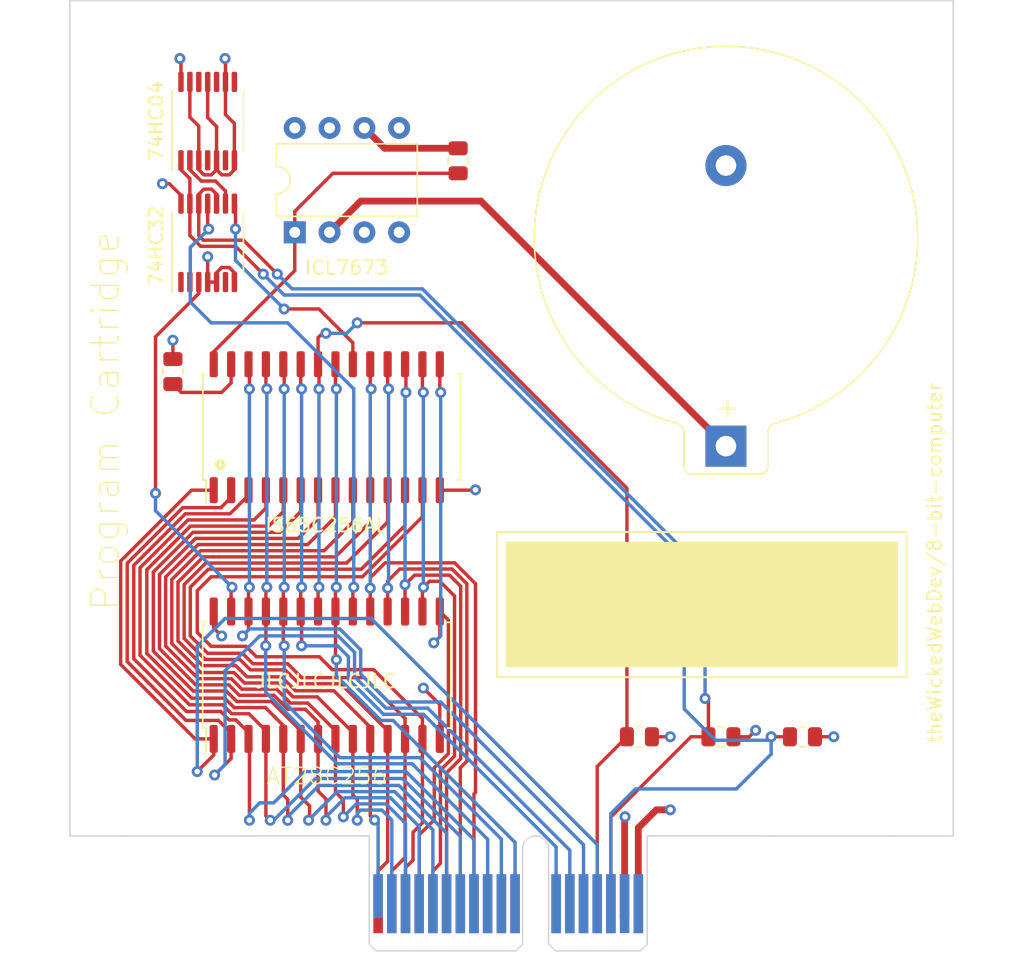
<source format=kicad_pcb>
(kicad_pcb (version 20211014) (generator pcbnew)
  (layers (0 "F.Cu" signal) (1 "In1.Cu" signal) (2 "In2.Cu" signal) (31 "B.Cu" signal) (34 "B.Paste" user) (35 "F.Paste" user) (36 "B.SilkS" user "B.Silkscreen") (37 "F.SilkS" user "F.Silkscreen") (38 "B.Mask" user) (39 "F.Mask" user) (44 "Edge.Cuts" user))
  (net 0 "")
  (net 1 "/D0")
  (net 2 "/D1")
  (net 3 "/D2")
  (net 4 "/D3")
  (net 5 "/D4")
  (net 6 "/D5")
  (net 7 "/D6")
  (net 8 "/D7")
  (net 9 "VCC")
  (net 10 "GND")
  (net 11 "/~{EN}")
  (net 12 "/~{READ}")
  (net 13 "/A14")
  (net 14 "/A12")
  (net 15 "/A7")
  (net 16 "/A6")
  (net 17 "/A5")
  (net 18 "/A4")
  (net 19 "/A3")
  (net 20 "/A2")
  (net 21 "/A1")
  (net 22 "/A0")
  (net 23 "/A10")
  (net 24 "/A11")
  (net 25 "/A9")
  (net 26 "/A8")
  (net 27 "/A13")
  (net 28 "/~{WE}")
  (net 33 "/A15")
  (net 34 "Net-(BT1-Pad1)")
  (net 35 "/~{WRITE}")
  (net 36 "RAM_POWER")
  (net 37 "Net-(R5-Pad2)")
  (net 38 "/~{ROM_WE}")
  (net 42 "Net-(U4-Pad2)")
  (net 48 "ROM_SELECT")
  (net 49 "RAM_SELECT")
  (net 51 "/~{ROM_WRITE}")
  (net 53 "Net-(U6-Pad1)")
  (footprint "Package_SO:TSSOP-14_4.4x5mm_P0.65mm" (layer "F.Cu") (at 99.06 75.184 90)
    (fp_text reference "U6" hide)
    (fp_text value "74LS32")
  )
  (footprint "Resistor_SMD:R_0805_2012Metric" (layer "F.Cu") (at 130.588666 111.252)
    (fp_text reference "R2" hide)
    (fp_text value "R_Small_US")
  )
  (footprint "Package_DIP:DIP-8_W7.62mm" (layer "F.Cu") (at 105.42 74.412 90)
    (fp_text reference "U3" hide)
    (fp_text value "ICL7673")
  )
  (footprint "Package_SO:TSSOP-14_4.4x5mm_P0.65mm" (layer "F.Cu") (at 99.06 66.294 90)
    (fp_text reference "U4" hide)
    (fp_text value "74LS04")
  )
  (footprint "Resistor_SMD:R_0805_2012Metric" (layer "F.Cu") (at 96.52 84.582 90)
    (fp_text reference "R3" hide)
    (fp_text value "R_Small_US")
  )
  (footprint "Connector_PCBEdge:BUS_PCIexpress_x1" (layer "F.Cu") (at 111.506 123.444)
    (fp_text reference "U2" hide)
    (fp_text value "PCI")
    (fp_line (start 10.55 2.95) (end 10.05 3.45) (layer "Edge.Cuts") (width 0.1))
    (fp_line (start 19.65 -4.95) (end 19.65 2.95) (layer "Edge.Cuts") (width 0.1))
    (fp_line (start 12.45 -4) (end 12.45 2.95) (layer "Edge.Cuts") (width 0.1))
    (fp_line (start 10.55 -4) (end 10.55 2.95) (layer "Edge.Cuts") (width 0.1))
    (fp_line (start 19.65 2.95) (end 19.15 3.45) (layer "Edge.Cuts") (width 0.1))
    (fp_line (start 12.95 3.45) (end 19.15 3.45) (layer "Edge.Cuts") (width 0.1))
    (fp_line (start -0.15 3.45) (end 10.05 3.45) (layer "Edge.Cuts") (width 0.1))
    (fp_line (start -0.65 -4.95) (end -0.65 2.95) (layer "Edge.Cuts") (width 0.1))
    (fp_line (start -0.65 2.95) (end -0.15 3.45) (layer "Edge.Cuts") (width 0.1))
    (fp_line (start 12.45 2.95) (end 12.95 3.45) (layer "Edge.Cuts") (width 0.1))
    (fp_arc (start 10.55 -4) (mid 11.5 -4.95) (end 12.45 -4) (layer "Edge.Cuts") (width 0.1))
  )
  (footprint "MountingHole:MountingHole_2.5mm" (layer "F.Cu") (at 150.622 60.452)
    (fp_text reference "REF**" hide)
    (fp_text value "MountingHole_2.5mm")
  )
  (footprint "MountingHole:MountingHole_2.5mm" (layer "F.Cu") (at 150.622 115.57)
    (fp_text reference "REF**" hide)
    (fp_text value "MountingHole_2.5mm")
  )
  (footprint "Resistor_SMD:R_0805_2012Metric" (layer "F.Cu") (at 142.494 111.252)
    (fp_text reference "R4" hide)
    (fp_text value "R_Small_US")
  )
  (footprint "MountingHole:MountingHole_2.5mm" (layer "F.Cu") (at 91.948 115.57)
    (fp_text reference "REF**" hide)
    (fp_text value "MountingHole_2.5mm")
  )
  (footprint "Battery:BatteryHolder_Keystone_105_1x2430" (layer "F.Cu") (at 136.906 90.030081 90)
    (fp_text reference "BT1" hide)
    (fp_text value "Battery_Cell")
  )
  (footprint "Resistor_SMD:R_0805_2012Metric" (layer "F.Cu") (at 136.541332 111.252)
    (fp_text reference "R1" hide)
    (fp_text value "R_Small_US")
  )
  (footprint "MountingHole:MountingHole_2.5mm" (layer "F.Cu") (at 91.948 60.452)
    (fp_text reference "REF**" hide)
    (fp_text value "MountingHole_2.5mm")
  )
  (footprint "Resistor_SMD:R_0805_2012Metric" (layer "F.Cu") (at 117.348 69.1915 90)
    (fp_text reference "R5" hide)
    (fp_text value "R_Small_US")
  )
  (footprint "Stephenv6:SOP-28-RAM-ic" (layer "F.Cu") (at 94.3985 88.35 90)
    (fp_text reference "U5" hide)
    (fp_text value "IS65C256AL")
  )
  (footprint "Package_SO:SOIC-28W_7.5x17.9mm_P1.27mm" (layer "F.Cu") (at 107.7565 106.758 90)
    (fp_text reference "U1" hide)
    (fp_text value "28C256")
  )
  (gr_rect (start 120.2 96.3) (end 150.1 106.9) (layer "F.SilkS") (width 0.15) (fill none))
  (gr_rect (start 120.9 97.1) (end 149.4 106.1) (layer "F.SilkS") (width 0.15) (fill solid))
  (gr_line (start 89 118.5) (end 89 57.5) (layer "Edge.Cuts") (width 0.1))
  (gr_line (start 153.5 118.5) (end 153.5 57.5) (layer "Edge.Cuts") (width 0.1))
  (gr_line (start 153.5 57.5) (end 89 57.5) (layer "Edge.Cuts") (width 0.1))
  (gr_line (start 131.156 118.494) (end 153.5 118.5) (layer "Edge.Cuts") (width 0.1))
  (gr_line (start 110.856 118.494) (end 89 118.5) (layer "Edge.Cuts") (width 0.1))
  (gr_text "Program Cartridge" (at 91.6 88.2 90) (layer "F.SilkS") (effects (font (size 2 2) (thickness 0.1))))
  (gr_text "JLCJLCJLCJLC" (at 107.7 107.2) (layer "F.SilkS") (effects (font (size 1 1))))
  (gr_text "theWickedWebDev/8-bit-computer" (at 152.146 98.552 90) (layer "F.SilkS") (effects (font (size 1 1))))
  (segment (start 98.873806 105.60551) (end 97.340489 104.072193) (width 0.25) (layer "F.Cu") (net 1))
  (segment (start 108.779807 107.383511) (end 105.731806 107.38351) (width 0.25) (layer "F.Cu") (net 1))
  (segment (start 105.731806 107.38351) (end 104.715807 106.367511) (width 0.25) (layer "F.Cu") (net 1))
  (segment (start 112.2015 110.805204) (end 108.779807 107.383511) (width 0.25) (layer "F.Cu") (net 1))
  (segment (start 98.91818 98.566116) (end 109.205884 98.566116) (width 0.25) (layer "F.Cu") (net 1))
  (segment (start 102.175806 106.36751) (end 101.413807 105.605511) (width 0.25) (layer "F.Cu") (net 1))
  (segment (start 112.2015 95.5705) (end 112.2015 93.246) (width 0.25) (layer "F.Cu") (net 1))
  (segment (start 97.340489 104.072193) (end 97.34049 100.143806) (width 0.25) (layer "F.Cu") (net 1))
  (segment (start 111.506 123.444) (end 111.506 121.044) (width 0.25) (layer "F.Cu") (net 1))
  (segment (start 109.205884 98.566116) (end 112.2015 95.5705) (width 0.25) (layer "F.Cu") (net 1))
  (segment (start 101.413807 105.605511) (end 98.873806 105.60551) (width 0.25) (layer "F.Cu") (net 1))
  (segment (start 104.715807 106.367511) (end 102.175806 106.36751) (width 0.25) (layer "F.Cu") (net 1))
  (segment (start 112.2015 111.408) (end 112.2015 110.805204) (width 0.25) (layer "F.Cu") (net 1))
  (segment (start 112.2015 120.3485) (end 112.2015 111.408) (width 0.25) (layer "F.Cu") (net 1))
  (segment (start 111.506 121.044) (end 112.2015 120.3485) (width 0.25) (layer "F.Cu") (net 1))
  (segment (start 97.34049 100.143806) (end 98.91818 98.566116) (width 0.25) (layer "F.Cu") (net 1))
  (segment (start 105.918 106.934) (end 104.902 105.918) (width 0.25) (layer "F.Cu") (net 2))
  (segment (start 110.278965 99.015627) (end 113.4715 95.823092) (width 0.25) (layer "F.Cu") (net 2))
  (segment (start 101.6 105.156) (end 99.06 105.156) (width 0.25) (layer "F.Cu") (net 2))
  (segment (start 112.506 121.044) (end 113.4715 120.0785) (width 0.25) (layer "F.Cu") (net 2))
  (segment (start 99.104373 99.015627) (end 110.278965 99.015627) (width 0.25) (layer "F.Cu") (net 2))
  (segment (start 110.49 106.934) (end 105.918 106.934) (width 0.25) (layer "F.Cu") (net 2))
  (segment (start 112.506 123.444) (end 112.506 121.044) (width 0.25) (layer "F.Cu") (net 2))
  (segment (start 97.79 100.33) (end 99.104373 99.015627) (width 0.25) (layer "F.Cu") (net 2))
  (segment (start 104.902 105.918) (end 102.362 105.918) (width 0.25) (layer "F.Cu") (net 2))
  (segment (start 113.4715 95.823092) (end 113.4715 93.246) (width 0.25) (layer "F.Cu") (net 2))
  (segment (start 99.06 105.156) (end 97.79 103.886) (width 0.25) (layer "F.Cu") (net 2))
  (segment (start 97.79 103.886) (end 97.79 100.33) (width 0.25) (layer "F.Cu") (net 2))
  (segment (start 113.4715 109.9155) (end 110.49 106.934) (width 0.25) (layer "F.Cu") (net 2))
  (segment (start 102.362 105.918) (end 101.6 105.156) (width 0.25) (layer "F.Cu") (net 2))
  (segment (start 113.4715 120.0785) (end 113.4715 111.408) (width 0.25) (layer "F.Cu") (net 2))
  (segment (start 113.4715 111.408) (end 113.4715 109.9155) (width 0.25) (layer "F.Cu") (net 2))
  (segment (start 99.314 99.568) (end 110.362296 99.568) (width 0.25) (layer "F.Cu") (net 3))
  (segment (start 99.314 104.648) (end 98.298 103.632) (width 0.25) (layer "F.Cu") (net 3))
  (segment (start 113.506 120.808296) (end 114.056489 120.257807) (width 0.25) (layer "F.Cu") (net 3))
  (segment (start 114.056489 120.257807) (end 114.05649 118.225806) (width 0.25) (layer "F.Cu") (net 3))
  (segment (start 114.7415 111.408) (end 114.7415 109.9155) (width 0.25) (layer "F.Cu") (net 3))
  (segment (start 110.362296 99.568) (end 114.7415 95.188796) (width 0.25) (layer "F.Cu") (net 3))
  (segment (start 98.298 103.632) (end 98.298 100.584) (width 0.25) (layer "F.Cu") (net 3))
  (segment (start 114.7415 109.9155) (end 111.177001 106.351001) (width 0.25) (layer "F.Cu") (net 3))
  (segment (start 107.2169 105.41) (end 102.616 105.41) (width 0.25) (layer "F.Cu") (net 3))
  (segment (start 108.157901 106.351001) (end 107.2169 105.41) (width 0.25) (layer "F.Cu") (net 3))
  (segment (start 101.854 104.648) (end 99.314 104.648) (width 0.25) (layer "F.Cu") (net 3))
  (segment (start 113.506 123.444) (end 113.506 120.808296) (width 0.25) (layer "F.Cu") (net 3))
  (segment (start 111.177001 106.351001) (end 108.157901 106.351001) (width 0.25) (layer "F.Cu") (net 3))
  (segment (start 114.7415 95.188796) (end 114.7415 93.246) (width 0.25) (layer "F.Cu") (net 3))
  (segment (start 98.298 100.584) (end 99.314 99.568) (width 0.25) (layer "F.Cu") (net 3))
  (segment (start 102.616 105.41) (end 101.854 104.648) (width 0.25) (layer "F.Cu") (net 3))
  (segment (start 114.05649 118.225806) (end 114.7415 117.540796) (width 0.25) (layer "F.Cu") (net 3))
  (segment (start 114.7415 117.540796) (end 114.7415 111.408) (width 0.25) (layer "F.Cu") (net 3))
  (segment (start 116.0115 84.046) (end 116.0115 86.0395) (width 0.25) (layer "F.Cu") (net 4))
  (segment (start 116.636028 102.732528) (end 116.0115 102.108) (width 0.25) (layer "F.Cu") (net 4))
  (segment (start 116.636028 112.479537) (end 116.636028 102.732528) (width 0.25) (layer "F.Cu") (net 4))
  (segment (start 116.0115 86.0395) (end 116.078 86.106) (width 0.25) (layer "F.Cu") (net 4))
  (segment (start 114.506 123.444) (end 114.506 118.412) (width 0.25) (layer "F.Cu") (net 4))
  (segment (start 116.0115 103.9525) (end 115.57 104.394) (width 0.25) (layer "F.Cu") (net 4))
  (segment (start 115.606978 117.311022) (end 115.606978 113.508587) (width 0.25) (layer "F.Cu") (net 4))
  (segment (start 114.506 118.412) (end 115.606978 117.311022) (width 0.25) (layer "F.Cu") (net 4))
  (segment (start 116.0115 102.108) (end 116.0115 103.9525) (width 0.25) (layer "F.Cu") (net 4))
  (segment (start 115.606978 113.508587) (end 116.636028 112.479537) (width 0.25) (layer "F.Cu") (net 4))
  (via (at 115.57 104.394) (size 0.8) (drill 0.4) (layers "F.Cu" "B.Cu") (net 4))
  (via (at 116.078 86.106) (size 0.8) (drill 0.4) (layers "F.Cu" "B.Cu") (net 4))
  (segment (start 116.078 103.886) (end 115.57 104.394) (width 0.25) (layer "B.Cu") (net 4))
  (segment (start 116.078 86.106) (end 116.078 103.886) (width 0.25) (layer "B.Cu") (net 4))
  (segment (start 117.085539 100.975879) (end 116.010192 99.900532) (width 0.25) (layer "F.Cu") (net 5))
  (segment (start 116.05649 113.69478) (end 117.085539 112.665731) (width 0.25) (layer "F.Cu") (net 5))
  (segment (start 117.085539 112.665731) (end 117.085539 100.975879) (width 0.25) (layer "F.Cu") (net 5))
  (segment (start 114.7415 86.0395) (end 114.808 86.106) (width 0.25) (layer "F.Cu") (net 5))
  (segment (start 114.816418 100.338418) (end 114.7415 100.413336) (width 0.25) (layer "F.Cu") (net 5))
  (segment (start 116.056489 120.493511) (end 116.05649 113.69478) (width 0.25) (layer "F.Cu") (net 5))
  (segment (start 115.506 123.444) (end 115.506 121.044) (width 0.25) (layer "F.Cu") (net 5))
  (segment (start 115.506 121.044) (end 116.056489 120.493511) (width 0.25) (layer "F.Cu") (net 5))
  (segment (start 114.7415 84.046) (end 114.7415 86.0395) (width 0.25) (layer "F.Cu") (net 5))
  (segment (start 114.7415 100.413336) (end 114.7415 102.108) (width 0.25) (layer "F.Cu") (net 5))
  (segment (start 115.254303 99.900533) (end 114.816418 100.338418) (width 0.25) (layer "F.Cu") (net 5))
  (segment (start 116.010192 99.900532) (end 115.254303 99.900533) (width 0.25) (layer "F.Cu") (net 5))
  (via (at 114.816418 100.338418) (size 0.8) (drill 0.4) (layers "F.Cu" "B.Cu") (net 5))
  (via (at 114.808 86.106) (size 0.8) (drill 0.4) (layers "F.Cu" "B.Cu") (net 5))
  (segment (start 114.808 100.33) (end 114.816418 100.338418) (width 0.25) (layer "B.Cu") (net 5))
  (segment (start 114.808 86.106) (end 114.808 100.33) (width 0.25) (layer "B.Cu") (net 5))
  (segment (start 113.538 84.1125) (end 113.4715 84.046) (width 0.25) (layer "F.Cu") (net 6))
  (segment (start 116.721614 99.451022) (end 114.162978 99.451022) (width 0.25) (layer "F.Cu") (net 6))
  (segment (start 116.506 123.444) (end 116.506 113.880974) (width 0.25) (layer "F.Cu") (net 6))
  (segment (start 113.538 86.106) (end 113.538 84.1125) (width 0.25) (layer "F.Cu") (net 6))
  (segment (start 117.53505 100.264458) (end 116.721614 99.451022) (width 0.25) (layer "F.Cu") (net 6))
  (segment (start 114.162978 99.451022) (end 113.4715 100.1425) (width 0.25) (layer "F.Cu") (net 6))
  (segment (start 117.53505 112.851924) (end 117.53505 100.264458) (width 0.25) (layer "F.Cu") (net 6))
  (segment (start 113.4715 100.1425) (end 113.4715 102.108) (width 0.25) (layer "F.Cu") (net 6))
  (segment (start 116.506 113.880974) (end 117.53505 112.851924) (width 0.25) (layer "F.Cu") (net 6))
  (via (at 113.538 86.106) (size 0.8) (drill 0.4) (layers "F.Cu" "B.Cu") (net 6))
  (via (at 113.4715 100.1425) (size 0.8) (drill 0.4) (layers "F.Cu" "B.Cu") (net 6))
  (segment (start 113.4715 100.1425) (end 113.4715 86.1725) (width 0.25) (layer "B.Cu") (net 6))
  (segment (start 113.4715 86.1725) (end 113.538 86.106) (width 0.25) (layer "B.Cu") (net 6))
  (segment (start 112.2015 99.8885) (end 112.2015 100.3965) (width 0.25) (layer "F.Cu") (net 7))
  (segment (start 112.2015 85.7855) (end 112.268 85.852) (width 0.25) (layer "F.Cu") (net 7))
  (segment (start 117.506 113.516691) (end 117.984561 113.03813) (width 0.25) (layer "F.Cu") (net 7))
  (segment (start 112.2015 84.046) (end 112.2015 85.7855) (width 0.25) (layer "F.Cu") (net 7))
  (segment (start 117.506 123.444) (end 117.506 113.516691) (width 0.25) (layer "F.Cu") (net 7))
  (segment (start 117.984561 113.03813) (end 117.984561 100.078265) (width 0.25) (layer "F.Cu") (net 7))
  (segment (start 112.2015 100.3965) (end 112.2015 102.108) (width 0.25) (layer "F.Cu") (net 7))
  (segment (start 116.907807 99.001511) (end 113.088489 99.001511) (width 0.25) (layer "F.Cu") (net 7))
  (segment (start 117.984561 100.078265) (end 116.907807 99.001511) (width 0.25) (layer "F.Cu") (net 7))
  (segment (start 113.088489 99.001511) (end 112.2015 99.8885) (width 0.25) (layer "F.Cu") (net 7))
  (via (at 112.268 85.852) (size 0.8) (drill 0.4) (layers "F.Cu" "B.Cu") (net 7))
  (via (at 112.2015 100.3965) (size 0.8) (drill 0.4) (layers "F.Cu" "B.Cu") (net 7))
  (segment (start 112.268 100.33) (end 112.2015 100.3965) (width 0.25) (layer "B.Cu") (net 7))
  (segment (start 112.268 85.852) (end 112.268 100.33) (width 0.25) (layer "B.Cu") (net 7))
  (segment (start 110.9315 85.7855) (end 110.998 85.852) (width 0.25) (layer "F.Cu") (net 8))
  (segment (start 118.618 100.076) (end 118.618 115.316) (width 0.25) (layer "F.Cu") (net 8))
  (segment (start 110.9315 99.6345) (end 112.014 98.552) (width 0.25) (layer "F.Cu") (net 8))
  (segment (start 118.618 115.316) (end 118.506 115.428) (width 0.25) (layer "F.Cu") (net 8))
  (segment (start 117.094 98.552) (end 118.618 100.076) (width 0.25) (layer "F.Cu") (net 8))
  (segment (start 112.014 98.552) (end 117.094 98.552) (width 0.25) (layer "F.Cu") (net 8))
  (segment (start 110.9315 102.108) (end 110.9315 100.3965) (width 0.25) (layer "F.Cu") (net 8))
  (segment (start 110.9315 100.3965) (end 110.9315 99.6345) (width 0.25) (layer "F.Cu") (net 8))
  (segment (start 110.9315 84.046) (end 110.9315 85.7855) (width 0.25) (layer "F.Cu") (net 8))
  (segment (start 118.506 115.428) (end 118.506 123.444) (width 0.25) (layer "F.Cu") (net 8))
  (via (at 110.998 85.852) (size 0.8) (drill 0.4) (layers "F.Cu" "B.Cu") (net 8))
  (via (at 110.9315 100.3965) (size 0.8) (drill 0.4) (layers "F.Cu" "B.Cu") (net 8))
  (segment (start 110.9315 100.3965) (end 110.9315 85.9185) (width 0.25) (layer "B.Cu") (net 8))
  (segment (start 110.9315 85.9185) (end 110.998 85.852) (width 0.25) (layer "B.Cu") (net 8))
  (segment (start 143.4065 111.252) (end 144.78 111.252) (width 0.25) (layer "F.Cu") (net 9))
  (segment (start 130.506 123.444) (end 130.506 117.906) (width 0.5) (layer "F.Cu") (net 9))
  (segment (start 99.5015 102.108) (end 99.5015 103.3115) (width 0.25) (layer "F.Cu") (net 9))
  (segment (start 96.266 70.866) (end 95.758 70.866) (width 0.25) (layer "F.Cu") (net 9))
  (segment (start 96.52 83.7475) (end 96.52 82.296) (width 0.25) (layer "F.Cu") (net 9))
  (segment (start 97.11 72.3215) (end 97.11 71.71) (width 0.25) (layer "F.Cu") (net 9))
  (segment (start 97.11 71.71) (end 96.266 70.866) (width 0.25) (layer "F.Cu") (net 9))
  (segment (start 97.11 63.4315) (end 97.11 61.804) (width 0.25) (layer "F.Cu") (net 9))
  (segment (start 131.826 116.586) (end 132.842 116.586) (width 0.5) (layer "F.Cu") (net 9))
  (segment (start 130.506 117.906) (end 131.826 116.586) (width 0.5) (layer "F.Cu") (net 9))
  (segment (start 131.501166 111.252) (end 132.842 111.252) (width 0.25) (layer "F.Cu") (net 9))
  (segment (start 99.5015 103.3115) (end 100.080299 103.890299) (width 0.25) (layer "F.Cu") (net 9))
  (via (at 144.78 111.252) (size 0.8) (drill 0.4) (layers "F.Cu" "B.Cu") (net 9))
  (via (at 96.52 82.296) (size 0.8) (drill 0.4) (layers "F.Cu" "B.Cu") (net 9))
  (via (at 132.842 111.252) (size 0.8) (drill 0.4) (layers "F.Cu" "B.Cu") (net 9))
  (via (at 95.758 70.866) (size 0.8) (drill 0.4) (layers "F.Cu" "B.Cu") (net 9))
  (via (at 97.028 61.722) (size 0.8) (drill 0.4) (layers "F.Cu" "B.Cu") (net 9))
  (via (at 132.842 116.586) (size 0.8) (drill 0.4) (layers "F.Cu" "B.Cu") (net 9))
  (via (at 100.080299 103.890299) (size 0.8) (drill 0.4) (layers "F.Cu" "B.Cu") (net 9))
  (segment (start 100.635841 76.98448) (end 100.084159 76.98448) (width 0.25) (layer "F.Cu") (net 10))
  (segment (start 99.06 63.4315) (end 99.06 66.04) (width 0.25) (layer "F.Cu") (net 10))
  (segment (start 99.71 69.844361) (end 99.335841 70.21852) (width 0.25) (layer "F.Cu") (net 10))
  (segment (start 101.01 66.466) (end 100.36 65.816) (width 0.25) (layer "F.Cu") (net 10))
  (segment (start 100.36 63.4315) (end 100.36 61.752) (width 0.25) (layer "F.Cu") (net 10))
  (segment (start 116.0115 93.246) (end 118.59 93.246) (width 0.25) (layer "F.Cu") (net 10))
  (segment (start 101.01 69.844361) (end 101.01 69.1565) (width 0.25) (layer "F.Cu") (net 10))
  (segment (start 101.01 78.0465) (end 101.01 77.358639) (width 0.25) (layer "F.Cu") (net 10))
  (segment (start 99.335841 70.21852) (end 98.784159 70.21852) (width 0.25) (layer "F.Cu") (net 10))
  (segment (start 116.0115 111.408) (end 116.0115 108.8995) (width 0.25) (layer "F.Cu") (net 10))
  (segment (start 97.76 66.01) (end 97.76 63.4315) (width 0.25) (layer "F.Cu") (net 10))
  (segment (start 129.506 122.894) (end 129.506 117.128) (width 0.5) (layer "F.Cu") (net 10))
  (segment (start 100.36 65.816) (end 100.36 63.4315) (width 0.25) (layer "F.Cu") (net 10))
  (segment (start 101.01 77.358639) (end 100.635841 76.98448) (width 0.25) (layer "F.Cu") (net 10))
  (segment (start 99.71 66.69) (end 99.71 69.1565) (width 0.25) (layer "F.Cu") (net 10))
  (segment (start 99.06 66.04) (end 99.71 66.69) (width 0.25) (layer "F.Cu") (net 10))
  (segment (start 100.635841 70.21852) (end 101.01 69.844361) (width 0.25) (layer "F.Cu") (net 10))
  (segment (start 116.0115 108.8995) (end 114.808 107.696) (width 0.25) (layer "F.Cu") (net 10))
  (segment (start 98.41 69.844361) (end 98.41 69.1565) (width 0.25) (layer "F.Cu") (net 10))
  (segment (start 100.084159 76.98448) (end 99.71 77.358639) (width 0.25) (layer "F.Cu") (net 10))
  (segment (start 101.01 69.1565) (end 101.01 66.466) (width 0.25) (layer "F.Cu") (net 10))
  (segment (start 98.784159 70.21852) (end 98.41 69.844361) (width 0.25) (layer "F.Cu") (net 10))
  (segment (start 138.607513 111.252) (end 139.078013 110.7815) (width 0.25) (layer "F.Cu") (net 10))
  (segment (start 100.084159 70.21852) (end 100.635841 70.21852) (width 0.25) (layer "F.Cu") (net 10))
  (segment (start 129.506 117.128) (end 129.54 117.094) (width 0.5) (layer "F.Cu") (net 10))
  (segment (start 99.71 69.1565) (end 99.71 69.844361) (width 0.25) (layer "F.Cu") (net 10))
  (segment (start 99.71 77.358639) (end 99.71 78.0465) (width 0.25) (layer "F.Cu") (net 10))
  (segment (start 99.06 78.0465) (end 99.06 76.2) (width 0.25) (layer "F.Cu") (net 10))
  (segment (start 98.41 66.66) (end 97.76 66.01) (width 0.25) (layer "F.Cu") (net 10))
  (segment (start 99.06 78.0465) (end 99.71 78.0465) (width 0.25) (layer "F.Cu") (net 10))
  (segment (start 98.41 69.1565) (end 98.41 66.66) (width 0.25) (layer "F.Cu") (net 10))
  (segment (start 99.71 69.844361) (end 100.084159 70.21852) (width 0.25) (layer "F.Cu") (net 10))
  (segment (start 137.453832 111.252) (end 138.607513 111.252) (width 0.25) (layer "F.Cu") (net 10))
  (via (at 99.06 76.2) (size 0.8) (drill 0.4) (layers "F.Cu" "B.Cu") (net 10))
  (via (at 139.078013 110.7815) (size 0.8) (drill 0.4) (layers "F.Cu" "B.Cu") (net 10))
  (via (at 129.54 117.094) (size 0.8) (drill 0.4) (layers "F.Cu" "B.Cu") (net 10))
  (via (at 114.808 107.696) (size 0.8) (drill 0.4) (layers "F.Cu" "B.Cu") (net 10))
  (via (at 100.33 61.722) (size 0.8) (drill 0.4) (layers "F.Cu" "B.Cu") (net 10))
  (via (at 118.618 93.218) (size 0.8) (drill 0.4) (layers "F.Cu" "B.Cu") (net 10))
  (segment (start 128.506 117.1034) (end 134.3574 111.252) (width 0.25) (layer "F.Cu") (net 11))
  (segment (start 101.667089 74.988489) (end 104.144299 77.465701) (width 0.25) (layer "F.Cu") (net 11))
  (segment (start 98.738193 74.988489) (end 101.667089 74.988489) (width 0.25) (layer "F.Cu") (net 11))
  (segment (start 98.784159 71.25948) (end 98.41 71.633639) (width 0.25) (layer "F.Cu") (net 11))
  (segment (start 99.71 72.3215) (end 99.71 71.633639) (width 0.25) (layer "F.Cu") (net 11))
  (segment (start 134.3574 111.252) (end 135.628832 111.252) (width 0.25) (layer "F.Cu") (net 11))
  (segment (start 128.506 123.444) (end 128.506 117.1034) (width 0.25) (layer "F.Cu") (net 11))
  (segment (start 98.41 72.3215) (end 98.41 74.660296) (width 0.25) (layer "F.Cu") (net 11))
  (segment (start 135.628832 111.252) (end 135.628832 108.704832) (width 0.25) (layer "F.Cu") (net 11))
  (segment (start 135.628832 108.704832) (end 135.382 108.458) (width 0.25) (layer "F.Cu") (net 11))
  (segment (start 99.335841 71.25948) (end 98.784159 71.25948) (width 0.25) (layer "F.Cu") (net 11))
  (segment (start 98.41 74.660296) (end 98.738193 74.988489) (width 0.25) (layer "F.Cu") (net 11))
  (segment (start 99.71 71.633639) (end 99.335841 71.25948) (width 0.25) (layer "F.Cu") (net 11))
  (segment (start 98.41 71.633639) (end 98.41 72.3215) (width 0.25) (layer "F.Cu") (net 11))
  (via (at 135.382 108.458) (size 0.8) (drill 0.4) (layers "F.Cu" "B.Cu") (net 11))
  (via (at 104.144299 77.465701) (size 0.8) (drill 0.4) (layers "F.Cu" "B.Cu") (net 11))
  (segment (start 135.382 108.458) (end 135.382 99.186296) (width 0.25) (layer "B.Cu") (net 11))
  (segment (start 135.382 99.186296) (end 114.740193 78.544489) (width 0.25) (layer "B.Cu") (net 11))
  (segment (start 114.740193 78.544489) (end 105.223087 78.544489) (width 0.25) (layer "B.Cu") (net 11))
  (segment (start 105.223087 78.544489) (end 104.144299 77.465701) (width 0.25) (layer "B.Cu") (net 11))
  (segment (start 107.1215 84.046) (end 107.1215 82.1085) (width 0.25) (layer "F.Cu") (net 12))
  (segment (start 129.676166 111.252) (end 129.676166 93.100166) (width 0.25) (layer "F.Cu") (net 12))
  (segment (start 117.602 81.026) (end 109.982 81.026) (width 0.25) (layer "F.Cu") (net 12))
  (segment (start 107.1215 82.1085) (end 107.442 81.788) (width 0.25) (layer "F.Cu") (net 12))
  (segment (start 107.442 81.788) (end 107.696 81.788) (width 0.25) (layer "F.Cu") (net 12))
  (segment (start 107.1215 102.108) (end 107.1215 100.3965) (width 0.25) (layer "F.Cu") (net 12))
  (segment (start 107.188 84.1125) (end 107.1215 84.046) (width 0.25) (layer "F.Cu") (net 12))
  (segment (start 127.506 123.444) (end 127.506 113.422166) (width 0.25) (layer "F.Cu") (net 12))
  (segment (start 107.188 85.852) (end 107.188 84.1125) (width 0.25) (layer "F.Cu") (net 12))
  (segment (start 127.506 113.422166) (end 129.676166 111.252) (width 0.25) (layer "F.Cu") (net 12))
  (segment (start 107.1215 100.3965) (end 107.188 100.33) (width 0.25) (layer "F.Cu") (net 12))
  (segment (start 129.676166 93.100166) (end 117.602 81.026) (width 0.25) (layer "F.Cu") (net 12))
  (via (at 109.982 81.026) (size 0.8) (drill 0.4) (layers "F.Cu" "B.Cu") (net 12))
  (via (at 107.188 100.33) (size 0.8) (drill 0.4) (layers "F.Cu" "B.Cu") (net 12))
  (via (at 107.696 81.788) (size 0.8) (drill 0.4) (layers "F.Cu" "B.Cu") (net 12))
  (via (at 107.188 85.852) (size 0.8) (drill 0.4) (layers "F.Cu" "B.Cu") (net 12))
  (segment (start 107.696 81.788) (end 109.22 81.788) (width 0.25) (layer "B.Cu") (net 12))
  (segment (start 107.188 100.33) (end 107.188 85.852) (width 0.25) (layer "B.Cu") (net 12))
  (segment (start 109.22 81.788) (end 109.982 81.026) (width 0.25) (layer "B.Cu") (net 12))
  (segment (start 92.70645 105.971371) (end 92.70645 98.420807) (width 0.25) (layer "F.Cu") (net 13))
  (segment (start 99.5015 111.408) (end 99.5015 112.5885) (width 0.25) (layer "F.Cu") (net 13))
  (segment (start 92.70645 98.420807) (end 97.881257 93.246) (width 0.25) (layer "F.Cu") (net 13))
  (segment (start 99.5015 111.408) (end 98.143079 111.408) (width 0.25) (layer "F.Cu") (net 13))
  (segment (start 98.143079 111.408) (end 92.70645 105.971371) (width 0.25) (layer "F.Cu") (net 13))
  (segment (start 97.881257 93.246) (end 99.5015 93.246) (width 0.25) (layer "F.Cu") (net 13))
  (segment (start 99.5015 112.5885) (end 98.298 113.792) (width 0.25) (layer "F.Cu") (net 13))
  (via (at 98.298 113.792) (size 0.8) (drill 0.4) (layers "F.Cu" "B.Cu") (net 13))
  (segment (start 98.298 104.648) (end 100.33 102.616) (width 0.25) (layer "B.Cu") (net 13))
  (segment (start 100.33 102.616) (end 110.998 102.616) (width 0.25) (layer "B.Cu") (net 13))
  (segment (start 110.998 102.616) (end 127.506 119.124) (width 0.25) (layer "B.Cu") (net 13))
  (segment (start 98.298 113.792) (end 98.298 104.648) (width 0.25) (layer "B.Cu") (net 13))
  (segment (start 127.506 119.124) (end 127.506 123.444) (width 0.25) (layer "B.Cu") (net 13))
  (segment (start 100.7715 111.408) (end 100.7715 112.8425) (width 0.25) (layer "F.Cu") (net 14))
  (segment (start 100.024846 94.52052) (end 100.7715 93.773866) (width 0.25) (layer "F.Cu") (net 14))
  (segment (start 100.7715 93.773866) (end 100.7715 93.246) (width 0.25) (layer "F.Cu") (net 14))
  (segment (start 100.7715 112.8425) (end 99.568 114.046) (width 0.25) (layer "F.Cu") (net 14))
  (segment (start 97.242441 94.52052) (end 100.024846 94.52052) (width 0.25) (layer "F.Cu") (net 14))
  (segment (start 99.848052 110.05848) (end 97.479909 110.05848) (width 0.25) (layer "F.Cu") (net 14))
  (segment (start 93.183747 98.579214) (end 97.242441 94.52052) (width 0.25) (layer "F.Cu") (net 14))
  (segment (start 100.7715 110.981928) (end 99.848052 110.05848) (width 0.25) (layer "F.Cu") (net 14))
  (segment (start 100.7715 111.408) (end 100.7715 110.981928) (width 0.25) (layer "F.Cu") (net 14))
  (segment (start 93.183747 105.762318) (end 93.183747 98.579214) (width 0.25) (layer "F.Cu") (net 14))
  (segment (start 97.479909 110.05848) (end 93.183747 105.762318) (width 0.25) (layer "F.Cu") (net 14))
  (via (at 99.568 114.046) (size 0.8) (drill 0.4) (layers "F.Cu" "B.Cu") (net 14))
  (segment (start 100.33 106.426) (end 100.33 113.284) (width 0.25) (layer "B.Cu") (net 14))
  (segment (start 125.506 123.444) (end 125.506 119.537704) (width 0.25) (layer "B.Cu") (net 14))
  (segment (start 125.506 119.537704) (end 115.129807 109.161511) (width 0.25) (layer "B.Cu") (net 14))
  (segment (start 108.584296 103.886) (end 102.87 103.886) (width 0.25) (layer "B.Cu") (net 14))
  (segment (start 109.786489 106.866193) (end 109.786489 105.088193) (width 0.25) (layer "B.Cu") (net 14))
  (segment (start 102.87 103.886) (end 100.33 106.426) (width 0.25) (layer "B.Cu") (net 14))
  (segment (start 109.786489 105.088193) (end 108.584296 103.886) (width 0.25) (layer "B.Cu") (net 14))
  (segment (start 115.129807 109.161511) (end 112.081806 109.16151) (width 0.25) (layer "B.Cu") (net 14))
  (segment (start 100.33 113.284) (end 99.568 114.046) (width 0.25) (layer "B.Cu") (net 14))
  (segment (start 112.081806 109.16151) (end 109.786489 106.866193) (width 0.25) (layer "B.Cu") (net 14))
  (segment (start 102.108 111.4745) (end 102.0415 111.408) (width 0.25) (layer "F.Cu") (net 15))
  (segment (start 100.005333 109.403333) (end 100.624084 110.022084) (width 0.25) (layer "F.Cu") (net 15))
  (segment (start 97.428635 94.97003) (end 93.661044 98.737621) (width 0.25) (layer "F.Cu") (net 15))
  (segment (start 101.126452 110.022084) (end 102.0415 110.937132) (width 0.25) (layer "F.Cu") (net 15))
  (segment (start 97.511111 109.403333) (end 100.005333 109.403333) (width 0.25) (layer "F.Cu") (net 15))
  (segment (start 93.661044 98.737621) (end 93.661044 105.553266) (width 0.25) (layer "F.Cu") (net 15))
  (segment (start 102.0415 93.246) (end 102.0415 93.618212) (width 0.25) (layer "F.Cu") (net 15))
  (segment (start 93.661044 105.553266) (end 97.511111 109.403333) (width 0.25) (layer "F.Cu") (net 15))
  (segment (start 100.624084 110.022084) (end 101.126452 110.022084) (width 0.25) (layer "F.Cu") (net 15))
  (segment (start 102.108 117.348) (end 102.108 111.4745) (width 0.25) (layer "F.Cu") (net 15))
  (segment (start 102.0415 110.937132) (end 102.0415 111.408) (width 0.25) (layer "F.Cu") (net 15))
  (segment (start 100.689682 94.97003) (end 97.428635 94.97003) (width 0.25) (layer "F.Cu") (net 15))
  (segment (start 102.0415 93.618212) (end 100.689682 94.97003) (width 0.25) (layer "F.Cu") (net 15))
  (via (at 102.108 117.348) (size 0.8) (drill 0.4) (layers "F.Cu" "B.Cu") (net 15))
  (segment (start 103.124 116.078) (end 102.87 116.078) (width 0.25) (layer "B.Cu") (net 15))
  (segment (start 118.506 118.76) (end 116.84 117.094) (width 0.25) (layer "B.Cu") (net 15))
  (segment (start 113.538 113.792) (end 110.998 113.792) (width 0.25) (layer "B.Cu") (net 15))
  (segment (start 116.84 117.094) (end 113.538 113.792) (width 0.25) (layer "B.Cu") (net 15))
  (segment (start 110.998 113.792) (end 106.172 113.792) (width 0.25) (layer "B.Cu") (net 15))
  (segment (start 102.87 116.078) (end 102.108 116.84) (width 0.25) (layer "B.Cu") (net 15))
  (segment (start 102.108 116.84) (end 102.108 117.348) (width 0.25) (layer "B.Cu") (net 15))
  (segment (start 106.172 113.792) (end 104.648 115.316) (width 0.25) (layer "B.Cu") (net 15))
  (segment (start 103.886 116.078) (end 103.124 116.078) (width 0.25) (layer "B.Cu") (net 15))
  (segment (start 118.506 123.444) (end 118.506 118.76) (width 0.25) (layer "B.Cu") (net 15))
  (segment (start 104.648 115.316) (end 103.886 116.078) (width 0.25) (layer "B.Cu") (net 15))
  (segment (start 103.3115 110.809428) (end 102.074647 109.572575) (width 0.25) (layer "F.Cu") (net 16))
  (segment (start 102.074647 109.572575) (end 100.810276 109.572572) (width 0.25) (layer "F.Cu") (net 16))
  (segment (start 103.3115 94.5545) (end 103.3115 93.246) (width 0.25) (layer "F.Cu") (net 16))
  (segment (start 102.44646 95.41954) (end 103.3115 94.5545) (width 0.25) (layer "F.Cu") (net 16))
  (segment (start 94.12043 105.30206) (end 94.12043 98.913939) (width 0.25) (layer "F.Cu") (net 16))
  (segment (start 103.3115 117.0275) (end 103.632 117.348) (width 0.25) (layer "F.Cu") (net 16))
  (segment (start 103.3115 111.408) (end 103.3115 110.809428) (width 0.25) (layer "F.Cu") (net 16))
  (segment (start 97.614829 95.41954) (end 102.44646 95.41954) (width 0.25) (layer "F.Cu") (net 16))
  (segment (start 100.155714 108.91801) (end 97.73638 108.91801) (width 0.25) (layer "F.Cu") (net 16))
  (segment (start 100.810276 109.572572) (end 100.155714 108.91801) (width 0.25) (layer "F.Cu") (net 16))
  (segment (start 94.12043 98.913939) (end 97.614829 95.41954) (width 0.25) (layer "F.Cu") (net 16))
  (segment (start 97.73638 108.91801) (end 94.12043 105.30206) (width 0.25) (layer "F.Cu") (net 16))
  (segment (start 103.3115 111.408) (end 103.3115 117.0275) (width 0.25) (layer "F.Cu") (net 16))
  (via (at 103.632 117.348) (size 0.8) (drill 0.4) (layers "F.Cu" "B.Cu") (net 16))
  (segment (start 110.998 114.3) (end 106.934 114.3) (width 0.25) (layer "B.Cu") (net 16))
  (segment (start 113.284 114.3) (end 110.998 114.3) (width 0.25) (layer "B.Cu") (net 16))
  (segment (start 117.506 118.522) (end 115.824 116.84) (width 0.25) (layer "B.Cu") (net 16))
  (segment (start 117.506 123.444) (end 117.506 118.522) (width 0.25) (layer "B.Cu") (net 16))
  (segment (start 103.886 117.348) (end 103.632 117.348) (width 0.25) (layer "B.Cu") (net 16))
  (segment (start 106.934 114.3) (end 105.664 115.57) (width 0.25) (layer "B.Cu") (net 16))
  (segment (start 105.664 115.57) (end 103.886 117.348) (width 0.25) (layer "B.Cu") (net 16))
  (segment (start 115.824 116.84) (end 113.284 114.3) (width 0.25) (layer "B.Cu") (net 16))
  (segment (start 97.801022 95.869051) (end 94.615638 99.054435) (width 0.25) (layer "F.Cu") (net 17))
  (segment (start 104.906299 115.828299) (end 104.906299 117.352299) (width 0.25) (layer "F.Cu") (net 17))
  (segment (start 100.99647 109.123062) (end 103.276839 109.123065) (width 0.25) (layer "F.Cu") (net 17))
  (segment (start 97.886757 108.432687) (end 100.306095 108.432687) (width 0.25) (layer "F.Cu") (net 17))
  (segment (start 94.615638 99.054435) (end 94.615638 105.161568) (width 0.25) (layer "F.Cu") (net 17))
  (segment (start 103.520949 95.869051) (end 97.801022 95.869051) (width 0.25) (layer "F.Cu") (net 17))
  (segment (start 104.5815 110.427726) (end 104.5815 111.408) (width 0.25) (layer "F.Cu") (net 17))
  (segment (start 100.306095 108.432687) (end 100.99647 109.123062) (width 0.25) (layer "F.Cu") (net 17))
  (segment (start 104.5815 94.8085) (end 103.520949 95.869051) (width 0.25) (layer "F.Cu") (net 17))
  (segment (start 104.5815 115.5035) (end 104.906299 115.828299) (width 0.25) (layer "F.Cu") (net 17))
  (segment (start 103.276839 109.123065) (end 104.5815 110.427726) (width 0.25) (layer "F.Cu") (net 17))
  (segment (start 104.5815 111.408) (end 104.5815 115.5035) (width 0.25) (layer "F.Cu") (net 17))
  (segment (start 94.615638 105.161568) (end 97.886757 108.432687) (width 0.25) (layer "F.Cu") (net 17))
  (segment (start 104.5815 93.246) (end 104.5815 94.8085) (width 0.25) (layer "F.Cu") (net 17))
  (via (at 104.906299 117.352299) (size 0.8) (drill 0.4) (layers "F.Cu" "B.Cu") (net 17))
  (segment (start 116.506 118.284) (end 113.03 114.808) (width 0.25) (layer "B.Cu") (net 17))
  (segment (start 104.906299 117.089701) (end 104.906299 117.352299) (width 0.25) (layer "B.Cu") (net 17))
  (segment (start 107.188 114.808) (end 104.906299 117.089701) (width 0.25) (layer "B.Cu") (net 17))
  (segment (start 116.506 123.444) (end 116.506 118.284) (width 0.25) (layer "B.Cu") (net 17))
  (segment (start 113.03 114.808) (end 107.188 114.808) (width 0.25) (layer "B.Cu") (net 17))
  (segment (start 103.717035 108.673555) (end 101.182663 108.673551) (width 0.25) (layer "F.Cu") (net 18))
  (segment (start 95.092939 105.003161) (end 95.092939 99.212836) (width 0.25) (layer "F.Cu") (net 18))
  (segment (start 98.001331 107.911553) (end 95.092939 105.003161) (width 0.25) (layer "F.Cu") (net 18))
  (segment (start 105.8515 111.408) (end 105.8515 115.6515) (width 0.25) (layer "F.Cu") (net 18))
  (segment (start 100.420666 107.911554) (end 98.001331 107.911553) (width 0.25) (layer "F.Cu") (net 18))
  (segment (start 105.8515 110.80802) (end 103.717035 108.673555) (width 0.25) (layer "F.Cu") (net 18))
  (segment (start 105.8515 111.408) (end 105.8515 110.80802) (width 0.25) (layer "F.Cu") (net 18))
  (segment (start 101.182663 108.673551) (end 100.420666 107.911554) (width 0.25) (layer "F.Cu") (net 18))
  (segment (start 97.987213 96.318562) (end 104.341438 96.318562) (width 0.25) (layer "F.Cu") (net 18))
  (segment (start 95.092939 99.212836) (end 97.987213 96.318562) (width 0.25) (layer "F.Cu") (net 18))
  (segment (start 106.5 116.3) (end 106.5 117.274) (width 0.25) (layer "F.Cu") (net 18))
  (segment (start 105.8515 94.8085) (end 105.8515 93.246) (width 0.25) (layer "F.Cu") (net 18))
  (segment (start 104.341438 96.318562) (end 105.8515 94.8085) (width 0.25) (layer "F.Cu") (net 18))
  (segment (start 105.8515 115.6515) (end 106.5 116.3) (width 0.25) (layer "F.Cu") (net 18))
  (segment (start 106.5 117.274) (end 106.426 117.348) (width 0.25) (layer "F.Cu") (net 18))
  (via (at 106.426 117.348) (size 0.8) (drill 0.4) (layers "F.Cu" "B.Cu") (net 18))
  (segment (start 115.506 118.046) (end 112.717511 115.257511) (width 0.25) (layer "B.Cu") (net 18))
  (segment (start 112.717511 115.257511) (end 108.516489 115.257511) (width 0.25) (layer "B.Cu") (net 18))
  (segment (start 108.516489 115.257511) (end 106.426 117.348) (width 0.25) (layer "B.Cu") (net 18))
  (segment (start 115.506 123.444) (end 115.506 118.046) (width 0.25) (layer "B.Cu") (net 18))
  (segment (start 100.606859 107.462043) (end 101.368857 108.224041) (width 0.25) (layer "F.Cu") (net 19))
  (segment (start 101.368857 108.224041) (end 103.903228 108.224044) (width 0.25) (layer "F.Cu") (net 19))
  (segment (start 107.7 115.8) (end 107.7 117.344) (width 0.25) (layer "F.Cu") (net 19))
  (segment (start 103.903228 108.224044) (end 104.919227 109.240043) (width 0.25) (layer "F.Cu") (net 19))
  (segment (start 95.542446 99.399035) (end 95.542446 104.816964) (width 0.25) (layer "F.Cu") (net 19))
  (segment (start 107.1215 111.408) (end 107.1215 115.2215) (width 0.25) (layer "F.Cu") (net 19))
  (segment (start 106.189228 109.240043) (end 107.1215 110.172315) (width 0.25) (layer "F.Cu") (net 19))
  (segment (start 98.187525 107.462043) (end 100.606859 107.462043) (width 0.25) (layer "F.Cu") (net 19))
  (segment (start 107.7 117.344) (end 107.696 117.348) (width 0.25) (layer "F.Cu") (net 19))
  (segment (start 95.542446 104.816964) (end 98.187525 107.462043) (width 0.25) (layer "F.Cu") (net 19))
  (segment (start 107.1215 95.3165) (end 105.669927 96.768073) (width 0.25) (layer "F.Cu") (net 19))
  (segment (start 107.1215 93.246) (end 107.1215 95.3165) (width 0.25) (layer "F.Cu") (net 19))
  (segment (start 105.669927 96.768073) (end 98.173408 96.768073) (width 0.25) (layer "F.Cu") (net 19))
  (segment (start 107.1215 110.172315) (end 107.1215 111.408) (width 0.25) (layer "F.Cu") (net 19))
  (segment (start 107.1215 115.2215) (end 107.7 115.8) (width 0.25) (layer "F.Cu") (net 19))
  (segment (start 98.173408 96.768073) (end 95.542446 99.399035) (width 0.25) (layer "F.Cu") (net 19))
  (segment (start 104.919227 109.240043) (end 106.189228 109.240043) (width 0.25) (layer "F.Cu") (net 19))
  (via (at 107.696 117.348) (size 0.8) (drill 0.4) (layers "F.Cu" "B.Cu") (net 19))
  (segment (start 114.506 117.808) (end 112.405022 115.707022) (width 0.25) (layer "B.Cu") (net 19))
  (segment (start 107.700299 117.099701) (end 107.700299 117.343701) (width 0.25) (layer "B.Cu") (net 19))
  (segment (start 112.405022 115.707022) (end 109.092978 115.707022) (width 0.25) (layer "B.Cu") (net 19))
  (segment (start 114.506 123.444) (end 114.506 117.808) (width 0.25) (layer "B.Cu") (net 19))
  (segment (start 109.092978 115.707022) (end 107.700299 117.099701) (width 0.25) (layer "B.Cu") (net 19))
  (segment (start 100.793052 107.012532) (end 98.373716 107.012531) (width 0.25) (layer "F.Cu") (net 20))
  (segment (start 98.3596 97.217584) (end 106.362712 97.217584) (width 0.25) (layer "F.Cu") (net 20))
  (segment (start 106.375421 108.790532) (end 105.105418 108.79053) (width 0.25) (layer "F.Cu") (net 20))
  (segment (start 106.362712 97.217584) (end 108.3915 95.188796) (width 0.25) (layer "F.Cu") (net 20))
  (segment (start 108.3915 110.806611) (end 106.375421 108.790532) (width 0.25) (layer "F.Cu") (net 20))
  (segment (start 108.3915 115.2915) (end 108.966 115.866) (width 0.25) (layer "F.Cu") (net 20))
  (segment (start 98.373716 107.012531) (end 95.99196 104.630775) (width 0.25) (layer "F.Cu") (net 20))
  (segment (start 108.3915 111.408) (end 108.3915 110.806611) (width 0.25) (layer "F.Cu") (net 20))
  (segment (start 101.55505 107.77453) (end 100.793052 107.012532) (width 0.25) (layer "F.Cu") (net 20))
  (segment (start 95.99196 104.630775) (end 95.99196 99.585224) (width 0.25) (layer "F.Cu") (net 20))
  (segment (start 95.99196 99.585224) (end 98.3596 97.217584) (width 0.25) (layer "F.Cu") (net 20))
  (segment (start 104.089421 107.774533) (end 101.55505 107.77453) (width 0.25) (layer "F.Cu") (net 20))
  (segment (start 105.105418 108.79053) (end 104.089421 107.774533) (width 0.25) (layer "F.Cu") (net 20))
  (segment (start 108.3915 111.408) (end 108.3915 115.2915) (width 0.25) (layer "F.Cu") (net 20))
  (segment (start 108.3915 95.188796) (end 108.3915 93.246) (width 0.25) (layer "F.Cu") (net 20))
  (segment (start 108.966 115.866) (end 108.966 117.098299) (width 0.25) (layer "F.Cu") (net 20))
  (via (at 108.966 117.098299) (size 0.8) (drill 0.4) (layers "F.Cu" "B.Cu") (net 20))
  (segment (start 112.092533 116.156533) (end 109.912065 116.156533) (width 0.25) (layer "B.Cu") (net 20))
  (segment (start 113.506 117.57) (end 112.092533 116.156533) (width 0.25) (layer "B.Cu") (net 20))
  (segment (start 109.912065 116.156533) (end 108.970299 117.098299) (width 0.25) (layer "B.Cu") (net 20))
  (segment (start 113.506 123.444) (end 113.506 117.57) (width 0.25) (layer "B.Cu") (net 20))
  (segment (start 96.44147 99.771418) (end 98.545794 97.667094) (width 0.25) (layer "F.Cu") (net 21))
  (segment (start 100.979245 106.563021) (end 98.55991 106.563021) (width 0.25) (layer "F.Cu") (net 21))
  (segment (start 109.982 117.348) (end 109.982 115.824) (width 0.25) (layer "F.Cu") (net 21))
  (segment (start 98.545794 97.667094) (end 107.564906 97.667094) (width 0.25) (layer "F.Cu") (net 21))
  (segment (start 104.275614 107.325022) (end 101.741244 107.32502) (width 0.25) (layer "F.Cu") (net 21))
  (segment (start 107.564906 97.667094) (end 109.6615 95.5705) (width 0.25) (layer "F.Cu") (net 21))
  (segment (start 107.069614 108.341022) (end 105.291612 108.34102) (width 0.25) (layer "F.Cu") (net 21))
  (segment (start 109.6615 110.932908) (end 107.069614 108.341022) (width 0.25) (layer "F.Cu") (net 21))
  (segment (start 109.6615 95.5705) (end 109.6615 93.246) (width 0.25) (layer "F.Cu") (net 21))
  (segment (start 109.982 115.824) (end 109.6615 115.5035) (width 0.25) (layer "F.Cu") (net 21))
  (segment (start 98.55991 106.563021) (end 96.441467 104.444578) (width 0.25) (layer "F.Cu") (net 21))
  (segment (start 109.6615 111.408) (end 109.6615 110.932908) (width 0.25) (layer "F.Cu") (net 21))
  (segment (start 101.741244 107.32502) (end 100.979245 106.563021) (width 0.25) (layer "F.Cu") (net 21))
  (segment (start 109.6615 115.5035) (end 109.6615 111.408) (width 0.25) (layer "F.Cu") (net 21))
  (segment (start 96.441467 104.444578) (end 96.44147 99.771418) (width 0.25) (layer "F.Cu") (net 21))
  (segment (start 105.291612 108.34102) (end 104.275614 107.325022) (width 0.25) (layer "F.Cu") (net 21))
  (via (at 109.982 117.348) (size 0.8) (drill 0.4) (layers "F.Cu" "B.Cu") (net 21))
  (segment (start 109.982 116.84) (end 109.982 117.348) (width 0.25) (layer "B.Cu") (net 21))
  (segment (start 110.215956 116.606044) (end 109.982 116.84) (width 0.25) (layer "B.Cu") (net 21))
  (segment (start 111.780044 116.606044) (end 110.215956 116.606044) (width 0.25) (layer "B.Cu") (net 21))
  (segment (start 112.506 123.444) (end 112.506 117.332) (width 0.25) (layer "B.Cu") (net 21))
  (segment (start 112.506 117.332) (end 111.780044 116.606044) (width 0.25) (layer "B.Cu") (net 21))
  (segment (start 104.461807 106.875511) (end 101.927438 106.87551) (width 0.25) (layer "F.Cu") (net 22))
  (segment (start 96.890978 104.258384) (end 96.89098 99.957612) (width 0.25) (layer "F.Cu") (net 22))
  (segment (start 99.476761 98.116606) (end 99.875691 98.116605) (width 0.25) (layer "F.Cu") (net 22))
  (segment (start 108.271807 107.891511) (end 105.477806 107.89151) (width 0.25) (layer "F.Cu") (net 22))
  (segment (start 108.385395 98.116605) (end 110.9315 95.5705) (width 0.25) (layer "F.Cu") (net 22))
  (segment (start 99.875691 98.116605) (end 108.385395 98.116605) (width 0.25) (layer "F.Cu") (net 22))
  (segment (start 110.9315 117.014343) (end 111.247701 117.330544) (width 0.25) (layer "F.Cu") (net 22))
  (segment (start 110.9315 111.408) (end 110.9315 117.014343) (width 0.25) (layer "F.Cu") (net 22))
  (segment (start 101.927438 106.87551) (end 101.10695 106.055022) (width 0.25) (layer "F.Cu") (net 22))
  (segment (start 110.9315 110.551204) (end 108.271807 107.891511) (width 0.25) (layer "F.Cu") (net 22))
  (segment (start 101.10695 106.055022) (end 98.687612 106.05502) (width 0.25) (layer "F.Cu") (net 22))
  (segment (start 110.9315 111.408) (end 110.9315 110.551204) (width 0.25) (layer "F.Cu") (net 22))
  (segment (start 98.687612 106.05502) (end 96.890978 104.258384) (width 0.25) (layer "F.Cu") (net 22))
  (segment (start 105.477806 107.89151) (end 104.461807 106.875511) (width 0.25) (layer "F.Cu") (net 22))
  (segment (start 98.731988 98.116605) (end 99.476761 98.116606) (width 0.25) (layer "F.Cu") (net 22))
  (segment (start 96.89098 99.957612) (end 98.731988 98.116605) (width 0.25) (layer "F.Cu") (net 22))
  (segment (start 110.9315 95.5705) (end 110.9315 93.246) (width 0.25) (layer "F.Cu") (net 22))
  (via (at 111.247701 117.330544) (size 0.8) (drill 0.4) (layers "F.Cu" "B.Cu") (net 22))
  (segment (start 111.506 117.588843) (end 111.247701 117.330544) (width 0.25) (layer "B.Cu") (net 22))
  (segment (start 111.506 122.894) (end 111.506 117.588843) (width 0.25) (layer "B.Cu") (net 22))
  (segment (start 108.3915 102.108) (end 108.3915 100.3965) (width 0.25) (layer "F.Cu") (net 23))
  (segment (start 108.3915 85.7855) (end 108.458 85.852) (width 0.25) (layer "F.Cu") (net 23))
  (segment (start 108.3915 84.046) (end 108.3915 85.7855) (width 0.25) (layer "F.Cu") (net 23))
  (segment (start 108.3915 102.108) (end 108.3915 105.56) (width 0.25) (layer "F.Cu") (net 23))
  (segment (start 108.3915 100.3965) (end 108.458 100.33) (width 0.25) (layer "F.Cu") (net 23))
  (segment (start 108.3915 105.56) (end 108.458 105.6265) (width 0.25) (layer "F.Cu") (net 23))
  (via (at 108.458 85.852) (size 0.8) (drill 0.4) (layers "F.Cu" "B.Cu") (net 23))
  (via (at 108.458 100.33) (size 0.8) (drill 0.4) (layers "F.Cu" "B.Cu") (net 23))
  (via (at 108.458 105.6265) (size 0.8) (drill 0.4) (layers "F.Cu" "B.Cu") (net 23))
  (segment (start 121.506 123.444) (end 121.506 118.967408) (width 0.25) (layer "B.Cu") (net 23))
  (segment (start 111.709419 110.060531) (end 108.458 106.809112) (width 0.25) (layer "B.Cu") (net 23))
  (segment (start 112.599124 110.060532) (end 111.709419 110.060531) (width 0.25) (layer "B.Cu") (net 23))
  (segment (start 108.458 85.852) (end 108.458 100.33) (width 0.25) (layer "B.Cu") (net 23))
  (segment (start 121.506 118.967408) (end 112.599124 110.060532) (width 0.25) (layer "B.Cu") (net 23))
  (segment (start 108.458 106.809112) (end 108.458 105.6265) (width 0.25) (layer "B.Cu") (net 23))
  (segment (start 105.8515 102.108) (end 105.8515 100.3965) (width 0.25) (layer "F.Cu") (net 24))
  (segment (start 105.8515 84.046) (end 105.8515 85.7855) (width 0.25) (layer "F.Cu") (net 24))
  (segment (start 105.918 102.1745) (end 105.918 104.6105) (width 0.25) (layer "F.Cu") (net 24))
  (segment (start 105.8515 102.108) (end 105.918 102.1745) (width 0.25) (layer "F.Cu") (net 24))
  (segment (start 105.8515 100.3965) (end 105.918 100.33) (width 0.25) (layer "F.Cu") (net 24))
  (segment (start 105.8515 85.7855) (end 105.918 85.852) (width 0.25) (layer "F.Cu") (net 24))
  (via (at 105.918 104.6105) (size 0.8) (drill 0.4) (layers "F.Cu" "B.Cu") (net 24))
  (via (at 105.918 85.852) (size 0.8) (drill 0.4) (layers "F.Cu" "B.Cu") (net 24))
  (via (at 105.918 100.33) (size 0.8) (drill 0.4) (layers "F.Cu" "B.Cu") (net 24))
  (segment (start 109.336978 105.400682) (end 108.546796 104.6105) (width 0.25) (layer "B.Cu") (net 24))
  (segment (start 111.895612 109.61102) (end 109.336978 107.052386) (width 0.25) (layer "B.Cu") (net 24))
  (segment (start 109.336978 107.052386) (end 109.336978 105.400682) (width 0.25) (layer "B.Cu") (net 24))
  (segment (start 114.817318 109.611022) (end 111.895612 109.61102) (width 0.25) (layer "B.Cu") (net 24))
  (segment (start 124.506 119.299704) (end 114.817318 109.611022) (width 0.25) (layer "B.Cu") (net 24))
  (segment (start 108.546796 104.6105) (end 105.918 104.6105) (width 0.25) (layer "B.Cu") (net 24))
  (segment (start 124.506 123.444) (end 124.506 119.299704) (width 0.25) (layer "B.Cu") (net 24))
  (segment (start 105.918 85.852) (end 105.918 100.33) (width 0.25) (layer "B.Cu") (net 24))
  (segment (start 104.648 84.1125) (end 104.5815 84.046) (width 0.25) (layer "F.Cu") (net 25))
  (segment (start 104.648 85.852) (end 104.648 84.1125) (width 0.25) (layer "F.Cu") (net 25))
  (segment (start 104.5815 102.108) (end 104.5815 104.544) (width 0.25) (layer "F.Cu") (net 25))
  (segment (start 104.5815 104.544) (end 104.648 104.6105) (width 0.25) (layer "F.Cu") (net 25))
  (segment (start 104.5815 100.3965) (end 104.648 100.33) (width 0.25) (layer "F.Cu") (net 25))
  (segment (start 104.5815 102.108) (end 104.5815 100.3965) (width 0.25) (layer "F.Cu") (net 25))
  (via (at 104.648 85.852) (size 0.8) (drill 0.4) (layers "F.Cu" "B.Cu") (net 25))
  (via (at 104.648 104.6105) (size 0.8) (drill 0.4) (layers "F.Cu" "B.Cu") (net 25))
  (via (at 104.648 100.33) (size 0.8) (drill 0.4) (layers "F.Cu" "B.Cu") (net 25))
  (segment (start 120.506 123.444) (end 120.506 118.728) (width 0.25) (layer "B.Cu") (net 25))
  (segment (start 108.712 112.776) (end 104.648 108.712) (width 0.25) (layer "B.Cu") (net 25))
  (segment (start 120.506 118.728) (end 114.554 112.776) (width 0.25) (layer "B.Cu") (net 25))
  (segment (start 104.648 108.712) (end 104.648 104.6105) (width 0.25) (layer "B.Cu") (net 25))
  (segment (start 114.554 112.776) (end 108.712 112.776) (width 0.25) (layer "B.Cu") (net 25))
  (segment (start 104.648 100.33) (end 104.648 85.852) (width 0.25) (layer "B.Cu") (net 25))
  (segment (start 103.3115 100.3965) (end 103.378 100.33) (width 0.25) (layer "F.Cu") (net 26))
  (segment (start 103.3115 102.108) (end 103.3115 104.596667) (width 0.25) (layer "F.Cu") (net 26))
  (segment (start 103.3115 85.7855) (end 103.378 85.852) (width 0.25) (layer "F.Cu") (net 26))
  (segment (start 103.3115 84.046) (end 103.3115 85.7855) (width 0.25) (layer "F.Cu") (net 26))
  (segment (start 103.3115 102.108) (end 103.3115 100.3965) (width 0.25) (layer "F.Cu") (net 26))
  (segment (start 103.3115 104.596667) (end 103.297667 104.6105) (width 0.25) (layer "F.Cu") (net 26))
  (via (at 103.378 85.852) (size 0.8) (drill 0.4) (layers "F.Cu" "B.Cu") (net 26))
  (via (at 103.378 100.33) (size 0.8) (drill 0.4) (layers "F.Cu" "B.Cu") (net 26))
  (via (at 103.297667 104.6105) (size 0.8) (drill 0.4) (layers "F.Cu" "B.Cu") (net 26))
  (segment (start 113.98751 113.22551) (end 108.525806 113.22551) (width 0.25) (layer "B.Cu") (net 26))
  (segment (start 103.297667 107.997371) (end 103.297667 104.6105) (width 0.25) (layer "B.Cu") (net 26))
  (segment (start 108.525806 113.22551) (end 103.297667 107.997371) (width 0.25) (layer "B.Cu") (net 26))
  (segment (start 119.506 118.744) (end 113.98751 113.22551) (width 0.25) (layer "B.Cu") (net 26))
  (segment (start 119.506 123.444) (end 119.506 118.744) (width 0.25) (layer "B.Cu") (net 26))
  (segment (start 103.378 85.852) (end 103.378 100.33) (width 0.25) (layer "B.Cu") (net 26))
  (segment (start 102.108 84.1125) (end 102.0415 84.046) (width 0.25) (layer "F.Cu") (net 27))
  (segment (start 102.0415 100.3965) (end 102.108 100.33) (width 0.25) (layer "F.Cu") (net 27))
  (segment (start 102.0415 102.108) (end 102.0415 103.4445) (width 0.25) (layer "F.Cu") (net 27))
  (segment (start 102.0415 102.108) (end 102.0415 100.3965) (width 0.25) (layer "F.Cu") (net 27))
  (segment (start 102.108 85.852) (end 102.108 84.1125) (width 0.25) (layer "F.Cu") (net 27))
  (segment (start 102.0415 103.4445) (end 101.6 103.886) (width 0.25) (layer "F.Cu") (net 27))
  (via (at 102.108 85.852) (size 0.8) (drill 0.4) (layers "F.Cu" "B.Cu") (net 27))
  (via (at 101.6 103.886) (size 0.8) (drill 0.4) (layers "F.Cu" "B.Cu") (net 27))
  (via (at 102.108 100.33) (size 0.8) (drill 0.4) (layers "F.Cu" "B.Cu") (net 27))
  (segment (start 110.236 104.902) (end 108.712 103.378) (width 0.25) (layer "B.Cu") (net 27))
  (segment (start 116.078 108.712) (end 112.268 108.712) (width 0.25) (layer "B.Cu") (net 27))
  (segment (start 112.268 108.712) (end 110.236 106.68) (width 0.25) (layer "B.Cu") (net 27))
  (segment (start 126.506 119.14) (end 116.078 108.712) (width 0.25) (layer "B.Cu") (net 27))
  (segment (start 102.108 100.33) (end 102.108 85.852) (width 0.25) (layer "B.Cu") (net 27))
  (segment (start 108.712 103.378) (end 102.108 103.378) (width 0.25) (layer "B.Cu") (net 27))
  (segment (start 102.108 103.378) (end 101.6 103.886) (width 0.25) (layer "B.Cu") (net 27))
  (segment (start 110.236 106.68) (end 110.236 104.902) (width 0.25) (layer "B.Cu") (net 27))
  (segment (start 126.506 123.444) (end 126.506 119.14) (width 0.25) (layer "B.Cu") (net 27))
  (segment (start 97.76 70.494361) (end 97.76 72.3215) (width 0.25) (layer "F.Cu") (net 33))
  (segment (start 97.76 74.646) (end 98.552 75.438) (width 0.25) (layer "F.Cu") (net 33))
  (segment (start 141.5815 111.252) (end 140.208 111.252) (width 0.25) (layer "F.Cu") (net 33))
  (segment (start 99.568 75.438) (end 101.092 75.438) (width 0.25) (layer "F.Cu") (net 33))
  (segment (start 102.616 76.962) (end 103.124 77.47) (width 0.25) (layer "F.Cu") (net 33))
  (segment (start 97.11 69.1565) (end 97.11 69.844361) (width 0.25) (layer "F.Cu") (net 33))
  (segment (start 97.76 72.3215) (end 97.76 74.646) (width 0.25) (layer "F.Cu") (net 33))
  (segment (start 98.552 75.438) (end 99.568 75.438) (width 0.25) (layer "F.Cu") (net 33))
  (segment (start 97.11 69.844361) (end 97.76 70.494361) (width 0.25) (layer "F.Cu") (net 33))
  (segment (start 101.092 75.438) (end 102.616 76.962) (width 0.25) (layer "F.Cu") (net 33))
  (via (at 103.124 77.47) (size 0.8) (drill 0.4) (layers "F.Cu" "B.Cu") (net 33))
  (via (at 140.208 111.252) (size 0.8) (drill 0.4) (layers "F.Cu" "B.Cu") (net 33))
  (segment (start 114.554 78.994) (end 133.858 98.298) (width 0.25) (layer "B.Cu") (net 33))
  (segment (start 137.668 115.062) (end 140.208 112.522) (width 0.25) (layer "B.Cu") (net 33))
  (segment (start 128.506 123.444) (end 128.506 116.858) (width 0.25) (layer "B.Cu") (net 33))
  (segment (start 130.302 115.062) (end 137.668 115.062) (width 0.25) (layer "B.Cu") (net 33))
  (segment (start 139.954 111.506) (end 140.208 111.252) (width 0.25) (layer "B.Cu") (net 33))
  (segment (start 128.506 116.858) (end 130.302 115.062) (width 0.25) (layer "B.Cu") (net 33))
  (segment (start 133.858 109.22) (end 136.144 111.506) (width 0.25) (layer "B.Cu") (net 33))
  (segment (start 133.858 98.298) (end 133.858 109.22) (width 0.25) (layer "B.Cu") (net 33))
  (segment (start 103.124 77.47) (end 104.648 78.994) (width 0.25) (layer "B.Cu") (net 33))
  (segment (start 136.144 111.506) (end 139.954 111.506) (width 0.25) (layer "B.Cu") (net 33))
  (segment (start 104.648 78.994) (end 114.554 78.994) (width 0.25) (layer "B.Cu") (net 33))
  (segment (start 140.208 112.522) (end 140.208 111.252) (width 0.25) (layer "B.Cu") (net 33))
  (segment (start 110.236 72.136) (end 107.96 74.412) (width 0.5) (layer "F.Cu") (net 34))
  (segment (start 136.906 90.030081) (end 119.011919 72.136) (width 0.5) (layer "F.Cu") (net 34))
  (segment (start 119.011919 72.136) (end 110.236 72.136) (width 0.5) (layer "F.Cu") (net 34))
  (segment (start 100.7715 85.4105) (end 100.076 86.106) (width 0.25) (layer "F.Cu") (net 35))
  (segment (start 97.1315 86.106) (end 96.52 85.4945) (width 0.25) (layer "F.Cu") (net 35))
  (segment (start 100.7715 84.046) (end 100.7715 85.4105) (width 0.25) (layer "F.Cu") (net 35))
  (segment (start 100.076 86.106) (end 97.1315 86.106) (width 0.25) (layer "F.Cu") (net 35))
  (segment (start 108.204 70.104) (end 105.41 72.898) (width 0.25) (layer "F.Cu") (net 36))
  (segment (start 117.348 70.104) (end 108.204 70.104) (width 0.25) (layer "F.Cu") (net 36))
  (segment (start 105.42 72.908) (end 105.42 74.412) (width 0.25) (layer "F.Cu") (net 36))
  (segment (start 105.41 72.898) (end 105.42 72.908) (width 0.25) (layer "F.Cu") (net 36))
  (segment (start 105.42 77.2146) (end 105.42 74.412) (width 0.25) (layer "F.Cu") (net 36))
  (segment (start 99.5015 83.1331) (end 105.42 77.2146) (width 0.25) (layer "F.Cu") (net 36))
  (segment (start 99.5015 84.046) (end 99.5015 83.1331) (width 0.25) (layer "F.Cu") (net 36))
  (segment (start 110.5 66.792) (end 111.987 68.279) (width 0.5) (layer "F.Cu") (net 37))
  (segment (start 111.987 68.279) (end 117.348 68.279) (width 0.5) (layer "F.Cu") (net 37))
  (segment (start 98.583669 70.66803) (end 99.62403 70.66803) (width 0.25) (layer "F.Cu") (net 42))
  (segment (start 97.76 69.844361) (end 98.583669 70.66803) (width 0.25) (layer "F.Cu") (net 42))
  (segment (start 97.76 69.1565) (end 97.76 69.844361) (width 0.25) (layer "F.Cu") (net 42))
  (segment (start 99.62403 70.66803) (end 100.36 71.404) (width 0.25) (layer "F.Cu") (net 42))
  (segment (start 100.36 71.404) (end 100.36 72.3215) (width 0.25) (layer "F.Cu") (net 42))
  (segment (start 99.06 72.3215) (end 99.06 74.104524) (width 0.25) (layer "F.Cu") (net 48))
  (segment (start 99.06 74.104524) (end 99.1345 74.179024) (width 0.25) (layer "F.Cu") (net 48))
  (segment (start 109.6615 102.108) (end 109.6615 100.3965) (width 0.25) (layer "F.Cu") (net 48))
  (segment (start 109.6615 100.3965) (end 109.728 100.33) (width 0.25) (layer "F.Cu") (net 48))
  (via (at 99.1345 74.179024) (size 0.8) (drill 0.4) (layers "F.Cu" "B.Cu") (net 48))
  (via (at 109.728 100.33) (size 0.8) (drill 0.4) (layers "F.Cu" "B.Cu") (net 48))
  (segment (start 99.314 81.026) (end 97.79 79.502) (width 0.25) (layer "B.Cu") (net 48))
  (segment (start 97.79 75.523524) (end 99.1345 74.179024) (width 0.25) (layer "B.Cu") (net 48))
  (segment (start 97.79 79.502) (end 97.79 75.523524) (width 0.25) (layer "B.Cu") (net 48))
  (segment (start 104.902 81.026) (end 99.314 81.026) (width 0.25) (layer "B.Cu") (net 48))
  (segment (start 109.728 100.33) (end 109.728 85.852) (width 0.25) (layer "B.Cu") (net 48))
  (segment (start 109.728 85.852) (end 104.902 81.026) (width 0.25) (layer "B.Cu") (net 48))
  (segment (start 101.092 74.168) (end 101.092 72.4035) (width 0.25) (layer "F.Cu") (net 49))
  (segment (start 109.6615 82.4835) (end 107.192299 80.014299) (width 0.25) (layer "F.Cu") (net 49))
  (segment (start 101.092 72.4035) (end 101.01 72.3215) (width 0.25) (layer "F.Cu") (net 49))
  (segment (start 109.6615 84.046) (end 109.6615 82.4835) (width 0.25) (layer "F.Cu") (net 49))
  (segment (start 107.192299 80.014299) (end 104.643701 80.014299) (width 0.25) (layer "F.Cu") (net 49))
  (via (at 101.092 74.168) (size 0.8) (drill 0.4) (layers "F.Cu" "B.Cu") (net 49))
  (via (at 104.643701 80.014299) (size 0.8) (drill 0.4) (layers "F.Cu" "B.Cu") (net 49))
  (segment (start 101.092 76.4626) (end 104.643701 80.014299) (width 0.25) (layer "B.Cu") (net 49))
  (segment (start 101.092 74.168) (end 101.092 76.4626) (width 0.25) (layer "B.Cu") (net 49))
  (segment (start 98.41 78.882) (end 98.41 78.0465) (width 0.25) (layer "F.Cu") (net 51))
  (segment (start 100.7715 100.3965) (end 100.838 100.33) (width 0.25) (layer "F.Cu") (net 51))
  (segment (start 95.25 82.042) (end 98.41 78.882) (width 0.25) (layer "F.Cu") (net 51))
  (segment (start 100.7715 102.108) (end 100.7715 100.3965) (width 0.25) (layer "F.Cu") (net 51))
  (segment (start 95.25 93.472) (end 95.25 82.042) (width 0.25) (layer "F.Cu") (net 51))
  (via (at 100.838 100.33) (size 0.8) (drill 0.4) (layers "F.Cu" "B.Cu") (net 51))
  (via (at 95.25 93.472) (size 0.8) (drill 0.4) (layers "F.Cu" "B.Cu") (net 51))
  (segment (start 95.25 94.234) (end 95.25 93.472) (width 0.25) (layer "B.Cu") (net 51))
  (segment (start 100.838 100.33) (end 95.25 94.742) (width 0.25) (layer "B.Cu") (net 51))
  (segment (start 95.25 94.742) (end 95.25 94.234) (width 0.25) (layer "B.Cu") (net 51))
)
</source>
